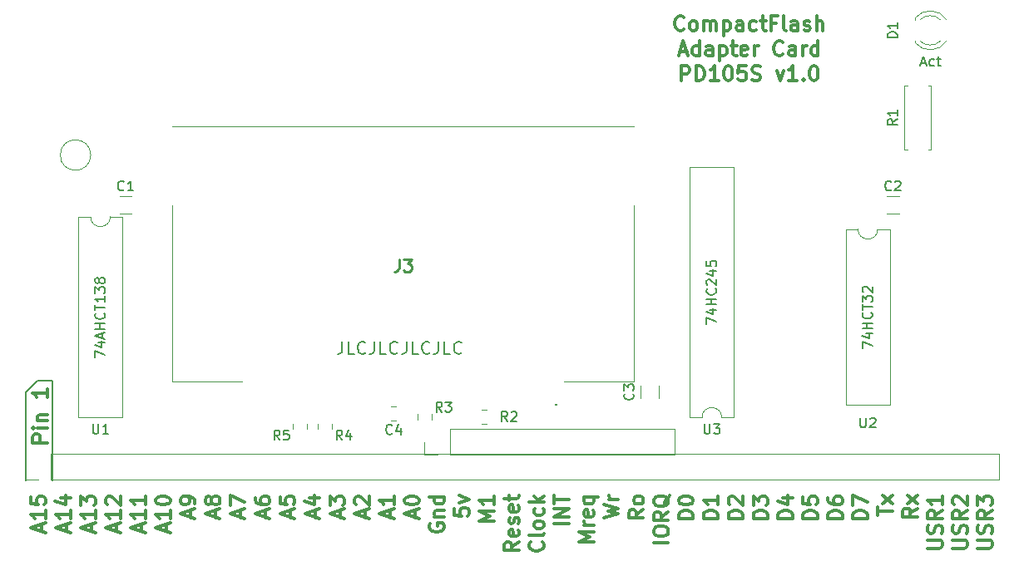
<source format=gbr>
%TF.GenerationSoftware,KiCad,Pcbnew,(5.1.6)-1*%
%TF.CreationDate,2020-12-24T00:42:48-08:00*%
%TF.ProjectId,rc-cfcard,72632d63-6663-4617-9264-2e6b69636164,rev?*%
%TF.SameCoordinates,PX9157080PY9071968*%
%TF.FileFunction,Legend,Top*%
%TF.FilePolarity,Positive*%
%FSLAX46Y46*%
G04 Gerber Fmt 4.6, Leading zero omitted, Abs format (unit mm)*
G04 Created by KiCad (PCBNEW (5.1.6)-1) date 2020-12-24 00:42:48*
%MOMM*%
%LPD*%
G01*
G04 APERTURE LIST*
%ADD10C,0.150000*%
%ADD11C,0.300000*%
%ADD12C,0.200000*%
%ADD13C,0.120000*%
%ADD14C,0.100000*%
%ADD15C,0.254000*%
G04 APERTURE END LIST*
D10*
X32233809Y14360677D02*
X32233809Y13453534D01*
X32173333Y13272105D01*
X32052380Y13151153D01*
X31870952Y13090677D01*
X31750000Y13090677D01*
X33443333Y13090677D02*
X32838571Y13090677D01*
X32838571Y14360677D01*
X34592380Y13211629D02*
X34531904Y13151153D01*
X34350476Y13090677D01*
X34229523Y13090677D01*
X34048095Y13151153D01*
X33927142Y13272105D01*
X33866666Y13393058D01*
X33806190Y13634962D01*
X33806190Y13816391D01*
X33866666Y14058296D01*
X33927142Y14179248D01*
X34048095Y14300200D01*
X34229523Y14360677D01*
X34350476Y14360677D01*
X34531904Y14300200D01*
X34592380Y14239724D01*
X35499523Y14360677D02*
X35499523Y13453534D01*
X35439047Y13272105D01*
X35318095Y13151153D01*
X35136666Y13090677D01*
X35015714Y13090677D01*
X36709047Y13090677D02*
X36104285Y13090677D01*
X36104285Y14360677D01*
X37858095Y13211629D02*
X37797619Y13151153D01*
X37616190Y13090677D01*
X37495238Y13090677D01*
X37313809Y13151153D01*
X37192857Y13272105D01*
X37132380Y13393058D01*
X37071904Y13634962D01*
X37071904Y13816391D01*
X37132380Y14058296D01*
X37192857Y14179248D01*
X37313809Y14300200D01*
X37495238Y14360677D01*
X37616190Y14360677D01*
X37797619Y14300200D01*
X37858095Y14239724D01*
X38765238Y14360677D02*
X38765238Y13453534D01*
X38704761Y13272105D01*
X38583809Y13151153D01*
X38402380Y13090677D01*
X38281428Y13090677D01*
X39974761Y13090677D02*
X39370000Y13090677D01*
X39370000Y14360677D01*
X41123809Y13211629D02*
X41063333Y13151153D01*
X40881904Y13090677D01*
X40760952Y13090677D01*
X40579523Y13151153D01*
X40458571Y13272105D01*
X40398095Y13393058D01*
X40337619Y13634962D01*
X40337619Y13816391D01*
X40398095Y14058296D01*
X40458571Y14179248D01*
X40579523Y14300200D01*
X40760952Y14360677D01*
X40881904Y14360677D01*
X41063333Y14300200D01*
X41123809Y14239724D01*
X42030952Y14360677D02*
X42030952Y13453534D01*
X41970476Y13272105D01*
X41849523Y13151153D01*
X41668095Y13090677D01*
X41547142Y13090677D01*
X43240476Y13090677D02*
X42635714Y13090677D01*
X42635714Y14360677D01*
X44389523Y13211629D02*
X44329047Y13151153D01*
X44147619Y13090677D01*
X44026666Y13090677D01*
X43845238Y13151153D01*
X43724285Y13272105D01*
X43663809Y13393058D01*
X43603333Y13634962D01*
X43603333Y13816391D01*
X43663809Y14058296D01*
X43724285Y14179248D01*
X43845238Y14300200D01*
X44026666Y14360677D01*
X44147619Y14360677D01*
X44329047Y14300200D01*
X44389523Y14239724D01*
X91122619Y42708534D02*
X91598809Y42708534D01*
X91027380Y42422820D02*
X91360714Y43422820D01*
X91694047Y42422820D01*
X92455952Y42470439D02*
X92360714Y42422820D01*
X92170238Y42422820D01*
X92075000Y42470439D01*
X92027380Y42518058D01*
X91979761Y42613296D01*
X91979761Y42899010D01*
X92027380Y42994248D01*
X92075000Y43041867D01*
X92170238Y43089486D01*
X92360714Y43089486D01*
X92455952Y43041867D01*
X92741666Y43089486D02*
X93122619Y43089486D01*
X92884523Y43422820D02*
X92884523Y42565677D01*
X92932142Y42470439D01*
X93027380Y42422820D01*
X93122619Y42422820D01*
D11*
X67017142Y46159486D02*
X66945714Y46088058D01*
X66731428Y46016629D01*
X66588571Y46016629D01*
X66374285Y46088058D01*
X66231428Y46230915D01*
X66160000Y46373772D01*
X66088571Y46659486D01*
X66088571Y46873772D01*
X66160000Y47159486D01*
X66231428Y47302343D01*
X66374285Y47445200D01*
X66588571Y47516629D01*
X66731428Y47516629D01*
X66945714Y47445200D01*
X67017142Y47373772D01*
X67874285Y46016629D02*
X67731428Y46088058D01*
X67660000Y46159486D01*
X67588571Y46302343D01*
X67588571Y46730915D01*
X67660000Y46873772D01*
X67731428Y46945200D01*
X67874285Y47016629D01*
X68088571Y47016629D01*
X68231428Y46945200D01*
X68302857Y46873772D01*
X68374285Y46730915D01*
X68374285Y46302343D01*
X68302857Y46159486D01*
X68231428Y46088058D01*
X68088571Y46016629D01*
X67874285Y46016629D01*
X69017142Y46016629D02*
X69017142Y47016629D01*
X69017142Y46873772D02*
X69088571Y46945200D01*
X69231428Y47016629D01*
X69445714Y47016629D01*
X69588571Y46945200D01*
X69660000Y46802343D01*
X69660000Y46016629D01*
X69660000Y46802343D02*
X69731428Y46945200D01*
X69874285Y47016629D01*
X70088571Y47016629D01*
X70231428Y46945200D01*
X70302857Y46802343D01*
X70302857Y46016629D01*
X71017142Y47016629D02*
X71017142Y45516629D01*
X71017142Y46945200D02*
X71160000Y47016629D01*
X71445714Y47016629D01*
X71588571Y46945200D01*
X71660000Y46873772D01*
X71731428Y46730915D01*
X71731428Y46302343D01*
X71660000Y46159486D01*
X71588571Y46088058D01*
X71445714Y46016629D01*
X71160000Y46016629D01*
X71017142Y46088058D01*
X73017142Y46016629D02*
X73017142Y46802343D01*
X72945714Y46945200D01*
X72802857Y47016629D01*
X72517142Y47016629D01*
X72374285Y46945200D01*
X73017142Y46088058D02*
X72874285Y46016629D01*
X72517142Y46016629D01*
X72374285Y46088058D01*
X72302857Y46230915D01*
X72302857Y46373772D01*
X72374285Y46516629D01*
X72517142Y46588058D01*
X72874285Y46588058D01*
X73017142Y46659486D01*
X74374285Y46088058D02*
X74231428Y46016629D01*
X73945714Y46016629D01*
X73802857Y46088058D01*
X73731428Y46159486D01*
X73660000Y46302343D01*
X73660000Y46730915D01*
X73731428Y46873772D01*
X73802857Y46945200D01*
X73945714Y47016629D01*
X74231428Y47016629D01*
X74374285Y46945200D01*
X74802857Y47016629D02*
X75374285Y47016629D01*
X75017142Y47516629D02*
X75017142Y46230915D01*
X75088571Y46088058D01*
X75231428Y46016629D01*
X75374285Y46016629D01*
X76374285Y46802343D02*
X75874285Y46802343D01*
X75874285Y46016629D02*
X75874285Y47516629D01*
X76588571Y47516629D01*
X77374285Y46016629D02*
X77231428Y46088058D01*
X77160000Y46230915D01*
X77160000Y47516629D01*
X78588571Y46016629D02*
X78588571Y46802343D01*
X78517142Y46945200D01*
X78374285Y47016629D01*
X78088571Y47016629D01*
X77945714Y46945200D01*
X78588571Y46088058D02*
X78445714Y46016629D01*
X78088571Y46016629D01*
X77945714Y46088058D01*
X77874285Y46230915D01*
X77874285Y46373772D01*
X77945714Y46516629D01*
X78088571Y46588058D01*
X78445714Y46588058D01*
X78588571Y46659486D01*
X79231428Y46088058D02*
X79374285Y46016629D01*
X79660000Y46016629D01*
X79802857Y46088058D01*
X79874285Y46230915D01*
X79874285Y46302343D01*
X79802857Y46445200D01*
X79660000Y46516629D01*
X79445714Y46516629D01*
X79302857Y46588058D01*
X79231428Y46730915D01*
X79231428Y46802343D01*
X79302857Y46945200D01*
X79445714Y47016629D01*
X79660000Y47016629D01*
X79802857Y46945200D01*
X80517142Y46016629D02*
X80517142Y47516629D01*
X81160000Y46016629D02*
X81160000Y46802343D01*
X81088571Y46945200D01*
X80945714Y47016629D01*
X80731428Y47016629D01*
X80588571Y46945200D01*
X80517142Y46873772D01*
X66588571Y43895200D02*
X67302857Y43895200D01*
X66445714Y43466629D02*
X66945714Y44966629D01*
X67445714Y43466629D01*
X68588571Y43466629D02*
X68588571Y44966629D01*
X68588571Y43538058D02*
X68445714Y43466629D01*
X68160000Y43466629D01*
X68017142Y43538058D01*
X67945714Y43609486D01*
X67874285Y43752343D01*
X67874285Y44180915D01*
X67945714Y44323772D01*
X68017142Y44395200D01*
X68160000Y44466629D01*
X68445714Y44466629D01*
X68588571Y44395200D01*
X69945714Y43466629D02*
X69945714Y44252343D01*
X69874285Y44395200D01*
X69731428Y44466629D01*
X69445714Y44466629D01*
X69302857Y44395200D01*
X69945714Y43538058D02*
X69802857Y43466629D01*
X69445714Y43466629D01*
X69302857Y43538058D01*
X69231428Y43680915D01*
X69231428Y43823772D01*
X69302857Y43966629D01*
X69445714Y44038058D01*
X69802857Y44038058D01*
X69945714Y44109486D01*
X70660000Y44466629D02*
X70660000Y42966629D01*
X70660000Y44395200D02*
X70802857Y44466629D01*
X71088571Y44466629D01*
X71231428Y44395200D01*
X71302857Y44323772D01*
X71374285Y44180915D01*
X71374285Y43752343D01*
X71302857Y43609486D01*
X71231428Y43538058D01*
X71088571Y43466629D01*
X70802857Y43466629D01*
X70660000Y43538058D01*
X71802857Y44466629D02*
X72374285Y44466629D01*
X72017142Y44966629D02*
X72017142Y43680915D01*
X72088571Y43538058D01*
X72231428Y43466629D01*
X72374285Y43466629D01*
X73445714Y43538058D02*
X73302857Y43466629D01*
X73017142Y43466629D01*
X72874285Y43538058D01*
X72802857Y43680915D01*
X72802857Y44252343D01*
X72874285Y44395200D01*
X73017142Y44466629D01*
X73302857Y44466629D01*
X73445714Y44395200D01*
X73517142Y44252343D01*
X73517142Y44109486D01*
X72802857Y43966629D01*
X74160000Y43466629D02*
X74160000Y44466629D01*
X74160000Y44180915D02*
X74231428Y44323772D01*
X74302857Y44395200D01*
X74445714Y44466629D01*
X74588571Y44466629D01*
X77088571Y43609486D02*
X77017142Y43538058D01*
X76802857Y43466629D01*
X76660000Y43466629D01*
X76445714Y43538058D01*
X76302857Y43680915D01*
X76231428Y43823772D01*
X76160000Y44109486D01*
X76160000Y44323772D01*
X76231428Y44609486D01*
X76302857Y44752343D01*
X76445714Y44895200D01*
X76660000Y44966629D01*
X76802857Y44966629D01*
X77017142Y44895200D01*
X77088571Y44823772D01*
X78374285Y43466629D02*
X78374285Y44252343D01*
X78302857Y44395200D01*
X78160000Y44466629D01*
X77874285Y44466629D01*
X77731428Y44395200D01*
X78374285Y43538058D02*
X78231428Y43466629D01*
X77874285Y43466629D01*
X77731428Y43538058D01*
X77660000Y43680915D01*
X77660000Y43823772D01*
X77731428Y43966629D01*
X77874285Y44038058D01*
X78231428Y44038058D01*
X78374285Y44109486D01*
X79088571Y43466629D02*
X79088571Y44466629D01*
X79088571Y44180915D02*
X79160000Y44323772D01*
X79231428Y44395200D01*
X79374285Y44466629D01*
X79517142Y44466629D01*
X80660000Y43466629D02*
X80660000Y44966629D01*
X80660000Y43538058D02*
X80517142Y43466629D01*
X80231428Y43466629D01*
X80088571Y43538058D01*
X80017142Y43609486D01*
X79945714Y43752343D01*
X79945714Y44180915D01*
X80017142Y44323772D01*
X80088571Y44395200D01*
X80231428Y44466629D01*
X80517142Y44466629D01*
X80660000Y44395200D01*
X66731428Y40916629D02*
X66731428Y42416629D01*
X67302857Y42416629D01*
X67445714Y42345200D01*
X67517142Y42273772D01*
X67588571Y42130915D01*
X67588571Y41916629D01*
X67517142Y41773772D01*
X67445714Y41702343D01*
X67302857Y41630915D01*
X66731428Y41630915D01*
X68231428Y40916629D02*
X68231428Y42416629D01*
X68588571Y42416629D01*
X68802857Y42345200D01*
X68945714Y42202343D01*
X69017142Y42059486D01*
X69088571Y41773772D01*
X69088571Y41559486D01*
X69017142Y41273772D01*
X68945714Y41130915D01*
X68802857Y40988058D01*
X68588571Y40916629D01*
X68231428Y40916629D01*
X70517142Y40916629D02*
X69660000Y40916629D01*
X70088571Y40916629D02*
X70088571Y42416629D01*
X69945714Y42202343D01*
X69802857Y42059486D01*
X69660000Y41988058D01*
X71445714Y42416629D02*
X71588571Y42416629D01*
X71731428Y42345200D01*
X71802857Y42273772D01*
X71874285Y42130915D01*
X71945714Y41845200D01*
X71945714Y41488058D01*
X71874285Y41202343D01*
X71802857Y41059486D01*
X71731428Y40988058D01*
X71588571Y40916629D01*
X71445714Y40916629D01*
X71302857Y40988058D01*
X71231428Y41059486D01*
X71160000Y41202343D01*
X71088571Y41488058D01*
X71088571Y41845200D01*
X71160000Y42130915D01*
X71231428Y42273772D01*
X71302857Y42345200D01*
X71445714Y42416629D01*
X73302857Y42416629D02*
X72588571Y42416629D01*
X72517142Y41702343D01*
X72588571Y41773772D01*
X72731428Y41845200D01*
X73088571Y41845200D01*
X73231428Y41773772D01*
X73302857Y41702343D01*
X73374285Y41559486D01*
X73374285Y41202343D01*
X73302857Y41059486D01*
X73231428Y40988058D01*
X73088571Y40916629D01*
X72731428Y40916629D01*
X72588571Y40988058D01*
X72517142Y41059486D01*
X73945714Y40988058D02*
X74160000Y40916629D01*
X74517142Y40916629D01*
X74660000Y40988058D01*
X74731428Y41059486D01*
X74802857Y41202343D01*
X74802857Y41345200D01*
X74731428Y41488058D01*
X74660000Y41559486D01*
X74517142Y41630915D01*
X74231428Y41702343D01*
X74088571Y41773772D01*
X74017142Y41845200D01*
X73945714Y41988058D01*
X73945714Y42130915D01*
X74017142Y42273772D01*
X74088571Y42345200D01*
X74231428Y42416629D01*
X74588571Y42416629D01*
X74802857Y42345200D01*
X76445714Y41916629D02*
X76802857Y40916629D01*
X77160000Y41916629D01*
X78517142Y40916629D02*
X77659999Y40916629D01*
X78088571Y40916629D02*
X78088571Y42416629D01*
X77945714Y42202343D01*
X77802857Y42059486D01*
X77659999Y41988058D01*
X79159999Y41059486D02*
X79231428Y40988058D01*
X79159999Y40916629D01*
X79088571Y40988058D01*
X79159999Y41059486D01*
X79159999Y40916629D01*
X80160000Y42416629D02*
X80302857Y42416629D01*
X80445714Y42345200D01*
X80517142Y42273772D01*
X80588571Y42130915D01*
X80660000Y41845200D01*
X80660000Y41488058D01*
X80588571Y41202343D01*
X80517142Y41059486D01*
X80445714Y40988058D01*
X80302857Y40916629D01*
X80160000Y40916629D01*
X80017142Y40988058D01*
X79945714Y41059486D01*
X79874285Y41202343D01*
X79802857Y41488058D01*
X79802857Y41845200D01*
X79874285Y42130915D01*
X79945714Y42273772D01*
X80017142Y42345200D01*
X80160000Y42416629D01*
X1613333Y-4991942D02*
X1613333Y-4277657D01*
X2039047Y-5134800D02*
X549047Y-4634800D01*
X2039047Y-4134800D01*
X2039047Y-2849085D02*
X2039047Y-3706228D01*
X2039047Y-3277657D02*
X549047Y-3277657D01*
X761904Y-3420514D01*
X903809Y-3563371D01*
X974761Y-3706228D01*
X549047Y-1491942D02*
X549047Y-2206228D01*
X1258571Y-2277657D01*
X1187619Y-2206228D01*
X1116666Y-2063371D01*
X1116666Y-1706228D01*
X1187619Y-1563371D01*
X1258571Y-1491942D01*
X1400476Y-1420514D01*
X1755238Y-1420514D01*
X1897142Y-1491942D01*
X1968095Y-1563371D01*
X2039047Y-1706228D01*
X2039047Y-2063371D01*
X1968095Y-2206228D01*
X1897142Y-2277657D01*
X4148333Y-4991942D02*
X4148333Y-4277657D01*
X4574047Y-5134800D02*
X3084047Y-4634800D01*
X4574047Y-4134800D01*
X4574047Y-2849085D02*
X4574047Y-3706228D01*
X4574047Y-3277657D02*
X3084047Y-3277657D01*
X3296904Y-3420514D01*
X3438809Y-3563371D01*
X3509761Y-3706228D01*
X3580714Y-1563371D02*
X4574047Y-1563371D01*
X3013095Y-1920514D02*
X4077380Y-2277657D01*
X4077380Y-1349085D01*
X6683333Y-4991942D02*
X6683333Y-4277657D01*
X7109047Y-5134800D02*
X5619047Y-4634800D01*
X7109047Y-4134800D01*
X7109047Y-2849085D02*
X7109047Y-3706228D01*
X7109047Y-3277657D02*
X5619047Y-3277657D01*
X5831904Y-3420514D01*
X5973809Y-3563371D01*
X6044761Y-3706228D01*
X5619047Y-2349085D02*
X5619047Y-1420514D01*
X6186666Y-1920514D01*
X6186666Y-1706228D01*
X6257619Y-1563371D01*
X6328571Y-1491942D01*
X6470476Y-1420514D01*
X6825238Y-1420514D01*
X6967142Y-1491942D01*
X7038095Y-1563371D01*
X7109047Y-1706228D01*
X7109047Y-2134800D01*
X7038095Y-2277657D01*
X6967142Y-2349085D01*
X9218333Y-4991942D02*
X9218333Y-4277657D01*
X9644047Y-5134800D02*
X8154047Y-4634800D01*
X9644047Y-4134800D01*
X9644047Y-2849085D02*
X9644047Y-3706228D01*
X9644047Y-3277657D02*
X8154047Y-3277657D01*
X8366904Y-3420514D01*
X8508809Y-3563371D01*
X8579761Y-3706228D01*
X8295952Y-2277657D02*
X8225000Y-2206228D01*
X8154047Y-2063371D01*
X8154047Y-1706228D01*
X8225000Y-1563371D01*
X8295952Y-1491942D01*
X8437857Y-1420514D01*
X8579761Y-1420514D01*
X8792619Y-1491942D01*
X9644047Y-2349085D01*
X9644047Y-1420514D01*
X11753333Y-4991942D02*
X11753333Y-4277657D01*
X12179047Y-5134800D02*
X10689047Y-4634800D01*
X12179047Y-4134800D01*
X12179047Y-2849085D02*
X12179047Y-3706228D01*
X12179047Y-3277657D02*
X10689047Y-3277657D01*
X10901904Y-3420514D01*
X11043809Y-3563371D01*
X11114761Y-3706228D01*
X12179047Y-1420514D02*
X12179047Y-2277657D01*
X12179047Y-1849085D02*
X10689047Y-1849085D01*
X10901904Y-1991942D01*
X11043809Y-2134800D01*
X11114761Y-2277657D01*
X14288333Y-4991942D02*
X14288333Y-4277657D01*
X14714047Y-5134800D02*
X13224047Y-4634800D01*
X14714047Y-4134800D01*
X14714047Y-2849085D02*
X14714047Y-3706228D01*
X14714047Y-3277657D02*
X13224047Y-3277657D01*
X13436904Y-3420514D01*
X13578809Y-3563371D01*
X13649761Y-3706228D01*
X13224047Y-1920514D02*
X13224047Y-1777657D01*
X13295000Y-1634800D01*
X13365952Y-1563371D01*
X13507857Y-1491942D01*
X13791666Y-1420514D01*
X14146428Y-1420514D01*
X14430238Y-1491942D01*
X14572142Y-1563371D01*
X14643095Y-1634800D01*
X14714047Y-1777657D01*
X14714047Y-1920514D01*
X14643095Y-2063371D01*
X14572142Y-2134800D01*
X14430238Y-2206228D01*
X14146428Y-2277657D01*
X13791666Y-2277657D01*
X13507857Y-2206228D01*
X13365952Y-2134800D01*
X13295000Y-2063371D01*
X13224047Y-1920514D01*
X16823333Y-3563371D02*
X16823333Y-2849085D01*
X17249047Y-3706228D02*
X15759047Y-3206228D01*
X17249047Y-2706228D01*
X17249047Y-2134800D02*
X17249047Y-1849085D01*
X17178095Y-1706228D01*
X17107142Y-1634800D01*
X16894285Y-1491942D01*
X16610476Y-1420514D01*
X16042857Y-1420514D01*
X15900952Y-1491942D01*
X15830000Y-1563371D01*
X15759047Y-1706228D01*
X15759047Y-1991942D01*
X15830000Y-2134800D01*
X15900952Y-2206228D01*
X16042857Y-2277657D01*
X16397619Y-2277657D01*
X16539523Y-2206228D01*
X16610476Y-2134800D01*
X16681428Y-1991942D01*
X16681428Y-1706228D01*
X16610476Y-1563371D01*
X16539523Y-1491942D01*
X16397619Y-1420514D01*
X19358333Y-3563371D02*
X19358333Y-2849085D01*
X19784047Y-3706228D02*
X18294047Y-3206228D01*
X19784047Y-2706228D01*
X18932619Y-1991942D02*
X18861666Y-2134800D01*
X18790714Y-2206228D01*
X18648809Y-2277657D01*
X18577857Y-2277657D01*
X18435952Y-2206228D01*
X18365000Y-2134800D01*
X18294047Y-1991942D01*
X18294047Y-1706228D01*
X18365000Y-1563371D01*
X18435952Y-1491942D01*
X18577857Y-1420514D01*
X18648809Y-1420514D01*
X18790714Y-1491942D01*
X18861666Y-1563371D01*
X18932619Y-1706228D01*
X18932619Y-1991942D01*
X19003571Y-2134800D01*
X19074523Y-2206228D01*
X19216428Y-2277657D01*
X19500238Y-2277657D01*
X19642142Y-2206228D01*
X19713095Y-2134800D01*
X19784047Y-1991942D01*
X19784047Y-1706228D01*
X19713095Y-1563371D01*
X19642142Y-1491942D01*
X19500238Y-1420514D01*
X19216428Y-1420514D01*
X19074523Y-1491942D01*
X19003571Y-1563371D01*
X18932619Y-1706228D01*
X21893333Y-3563371D02*
X21893333Y-2849085D01*
X22319047Y-3706228D02*
X20829047Y-3206228D01*
X22319047Y-2706228D01*
X20829047Y-2349085D02*
X20829047Y-1349085D01*
X22319047Y-1991942D01*
X24428333Y-3563371D02*
X24428333Y-2849085D01*
X24854047Y-3706228D02*
X23364047Y-3206228D01*
X24854047Y-2706228D01*
X23364047Y-1563371D02*
X23364047Y-1849085D01*
X23435000Y-1991942D01*
X23505952Y-2063371D01*
X23718809Y-2206228D01*
X24002619Y-2277657D01*
X24570238Y-2277657D01*
X24712142Y-2206228D01*
X24783095Y-2134800D01*
X24854047Y-1991942D01*
X24854047Y-1706228D01*
X24783095Y-1563371D01*
X24712142Y-1491942D01*
X24570238Y-1420514D01*
X24215476Y-1420514D01*
X24073571Y-1491942D01*
X24002619Y-1563371D01*
X23931666Y-1706228D01*
X23931666Y-1991942D01*
X24002619Y-2134800D01*
X24073571Y-2206228D01*
X24215476Y-2277657D01*
X26963333Y-3563371D02*
X26963333Y-2849085D01*
X27389047Y-3706228D02*
X25899047Y-3206228D01*
X27389047Y-2706228D01*
X25899047Y-1491942D02*
X25899047Y-2206228D01*
X26608571Y-2277657D01*
X26537619Y-2206228D01*
X26466666Y-2063371D01*
X26466666Y-1706228D01*
X26537619Y-1563371D01*
X26608571Y-1491942D01*
X26750476Y-1420514D01*
X27105238Y-1420514D01*
X27247142Y-1491942D01*
X27318095Y-1563371D01*
X27389047Y-1706228D01*
X27389047Y-2063371D01*
X27318095Y-2206228D01*
X27247142Y-2277657D01*
X29498333Y-3563371D02*
X29498333Y-2849085D01*
X29924047Y-3706228D02*
X28434047Y-3206228D01*
X29924047Y-2706228D01*
X28930714Y-1563371D02*
X29924047Y-1563371D01*
X28363095Y-1920514D02*
X29427380Y-2277657D01*
X29427380Y-1349085D01*
X32033333Y-3563371D02*
X32033333Y-2849085D01*
X32459047Y-3706228D02*
X30969047Y-3206228D01*
X32459047Y-2706228D01*
X30969047Y-2349085D02*
X30969047Y-1420514D01*
X31536666Y-1920514D01*
X31536666Y-1706228D01*
X31607619Y-1563371D01*
X31678571Y-1491942D01*
X31820476Y-1420514D01*
X32175238Y-1420514D01*
X32317142Y-1491942D01*
X32388095Y-1563371D01*
X32459047Y-1706228D01*
X32459047Y-2134800D01*
X32388095Y-2277657D01*
X32317142Y-2349085D01*
X34568333Y-3563371D02*
X34568333Y-2849085D01*
X34994047Y-3706228D02*
X33504047Y-3206228D01*
X34994047Y-2706228D01*
X33645952Y-2277657D02*
X33575000Y-2206228D01*
X33504047Y-2063371D01*
X33504047Y-1706228D01*
X33575000Y-1563371D01*
X33645952Y-1491942D01*
X33787857Y-1420514D01*
X33929761Y-1420514D01*
X34142619Y-1491942D01*
X34994047Y-2349085D01*
X34994047Y-1420514D01*
X37103333Y-3563371D02*
X37103333Y-2849085D01*
X37529047Y-3706228D02*
X36039047Y-3206228D01*
X37529047Y-2706228D01*
X37529047Y-1420514D02*
X37529047Y-2277657D01*
X37529047Y-1849085D02*
X36039047Y-1849085D01*
X36251904Y-1991942D01*
X36393809Y-2134800D01*
X36464761Y-2277657D01*
X39638333Y-3563371D02*
X39638333Y-2849085D01*
X40064047Y-3706228D02*
X38574047Y-3206228D01*
X40064047Y-2706228D01*
X38574047Y-1920514D02*
X38574047Y-1777657D01*
X38645000Y-1634800D01*
X38715952Y-1563371D01*
X38857857Y-1491942D01*
X39141666Y-1420514D01*
X39496428Y-1420514D01*
X39780238Y-1491942D01*
X39922142Y-1563371D01*
X39993095Y-1634800D01*
X40064047Y-1777657D01*
X40064047Y-1920514D01*
X39993095Y-2063371D01*
X39922142Y-2134800D01*
X39780238Y-2206228D01*
X39496428Y-2277657D01*
X39141666Y-2277657D01*
X38857857Y-2206228D01*
X38715952Y-2134800D01*
X38645000Y-2063371D01*
X38574047Y-1920514D01*
X41180000Y-4206228D02*
X41109047Y-4349085D01*
X41109047Y-4563371D01*
X41180000Y-4777657D01*
X41321904Y-4920514D01*
X41463809Y-4991942D01*
X41747619Y-5063371D01*
X41960476Y-5063371D01*
X42244285Y-4991942D01*
X42386190Y-4920514D01*
X42528095Y-4777657D01*
X42599047Y-4563371D01*
X42599047Y-4420514D01*
X42528095Y-4206228D01*
X42457142Y-4134800D01*
X41960476Y-4134800D01*
X41960476Y-4420514D01*
X41605714Y-3491942D02*
X42599047Y-3491942D01*
X41747619Y-3491942D02*
X41676666Y-3420514D01*
X41605714Y-3277657D01*
X41605714Y-3063371D01*
X41676666Y-2920514D01*
X41818571Y-2849085D01*
X42599047Y-2849085D01*
X42599047Y-1491942D02*
X41109047Y-1491942D01*
X42528095Y-1491942D02*
X42599047Y-1634800D01*
X42599047Y-1920514D01*
X42528095Y-2063371D01*
X42457142Y-2134800D01*
X42315238Y-2206228D01*
X41889523Y-2206228D01*
X41747619Y-2134800D01*
X41676666Y-2063371D01*
X41605714Y-1920514D01*
X41605714Y-1634800D01*
X41676666Y-1491942D01*
X43644047Y-2634800D02*
X43644047Y-3349085D01*
X44353571Y-3420514D01*
X44282619Y-3349085D01*
X44211666Y-3206228D01*
X44211666Y-2849085D01*
X44282619Y-2706228D01*
X44353571Y-2634800D01*
X44495476Y-2563371D01*
X44850238Y-2563371D01*
X44992142Y-2634800D01*
X45063095Y-2706228D01*
X45134047Y-2849085D01*
X45134047Y-3206228D01*
X45063095Y-3349085D01*
X44992142Y-3420514D01*
X44140714Y-2063371D02*
X45134047Y-1706228D01*
X44140714Y-1349085D01*
X47669047Y-3920514D02*
X46179047Y-3920514D01*
X47243333Y-3420514D01*
X46179047Y-2920514D01*
X47669047Y-2920514D01*
X47669047Y-1420514D02*
X47669047Y-2277657D01*
X47669047Y-1849085D02*
X46179047Y-1849085D01*
X46391904Y-1991942D01*
X46533809Y-2134800D01*
X46604761Y-2277657D01*
X50204047Y-6063371D02*
X49494523Y-6563371D01*
X50204047Y-6920514D02*
X48714047Y-6920514D01*
X48714047Y-6349085D01*
X48785000Y-6206228D01*
X48855952Y-6134800D01*
X48997857Y-6063371D01*
X49210714Y-6063371D01*
X49352619Y-6134800D01*
X49423571Y-6206228D01*
X49494523Y-6349085D01*
X49494523Y-6920514D01*
X50133095Y-4849085D02*
X50204047Y-4991942D01*
X50204047Y-5277657D01*
X50133095Y-5420514D01*
X49991190Y-5491942D01*
X49423571Y-5491942D01*
X49281666Y-5420514D01*
X49210714Y-5277657D01*
X49210714Y-4991942D01*
X49281666Y-4849085D01*
X49423571Y-4777657D01*
X49565476Y-4777657D01*
X49707380Y-5491942D01*
X50133095Y-4206228D02*
X50204047Y-4063371D01*
X50204047Y-3777657D01*
X50133095Y-3634800D01*
X49991190Y-3563371D01*
X49920238Y-3563371D01*
X49778333Y-3634800D01*
X49707380Y-3777657D01*
X49707380Y-3991942D01*
X49636428Y-4134800D01*
X49494523Y-4206228D01*
X49423571Y-4206228D01*
X49281666Y-4134800D01*
X49210714Y-3991942D01*
X49210714Y-3777657D01*
X49281666Y-3634800D01*
X50133095Y-2349085D02*
X50204047Y-2491942D01*
X50204047Y-2777657D01*
X50133095Y-2920514D01*
X49991190Y-2991942D01*
X49423571Y-2991942D01*
X49281666Y-2920514D01*
X49210714Y-2777657D01*
X49210714Y-2491942D01*
X49281666Y-2349085D01*
X49423571Y-2277657D01*
X49565476Y-2277657D01*
X49707380Y-2991942D01*
X49210714Y-1849085D02*
X49210714Y-1277657D01*
X48714047Y-1634800D02*
X49991190Y-1634800D01*
X50133095Y-1563371D01*
X50204047Y-1420514D01*
X50204047Y-1277657D01*
X52597142Y-6063371D02*
X52668095Y-6134800D01*
X52739047Y-6349085D01*
X52739047Y-6491942D01*
X52668095Y-6706228D01*
X52526190Y-6849085D01*
X52384285Y-6920514D01*
X52100476Y-6991942D01*
X51887619Y-6991942D01*
X51603809Y-6920514D01*
X51461904Y-6849085D01*
X51320000Y-6706228D01*
X51249047Y-6491942D01*
X51249047Y-6349085D01*
X51320000Y-6134800D01*
X51390952Y-6063371D01*
X52739047Y-5206228D02*
X52668095Y-5349085D01*
X52526190Y-5420514D01*
X51249047Y-5420514D01*
X52739047Y-4420514D02*
X52668095Y-4563371D01*
X52597142Y-4634800D01*
X52455238Y-4706228D01*
X52029523Y-4706228D01*
X51887619Y-4634800D01*
X51816666Y-4563371D01*
X51745714Y-4420514D01*
X51745714Y-4206228D01*
X51816666Y-4063371D01*
X51887619Y-3991942D01*
X52029523Y-3920514D01*
X52455238Y-3920514D01*
X52597142Y-3991942D01*
X52668095Y-4063371D01*
X52739047Y-4206228D01*
X52739047Y-4420514D01*
X52668095Y-2634800D02*
X52739047Y-2777657D01*
X52739047Y-3063371D01*
X52668095Y-3206228D01*
X52597142Y-3277657D01*
X52455238Y-3349085D01*
X52029523Y-3349085D01*
X51887619Y-3277657D01*
X51816666Y-3206228D01*
X51745714Y-3063371D01*
X51745714Y-2777657D01*
X51816666Y-2634800D01*
X52739047Y-1991942D02*
X51249047Y-1991942D01*
X52171428Y-1849085D02*
X52739047Y-1420514D01*
X51745714Y-1420514D02*
X52313333Y-1991942D01*
X55274047Y-4206228D02*
X53784047Y-4206228D01*
X55274047Y-3491942D02*
X53784047Y-3491942D01*
X55274047Y-2634800D01*
X53784047Y-2634800D01*
X53784047Y-2134800D02*
X53784047Y-1277657D01*
X55274047Y-1706228D02*
X53784047Y-1706228D01*
X57809047Y-6063371D02*
X56319047Y-6063371D01*
X57383333Y-5563371D01*
X56319047Y-5063371D01*
X57809047Y-5063371D01*
X57809047Y-4349085D02*
X56815714Y-4349085D01*
X57099523Y-4349085D02*
X56957619Y-4277657D01*
X56886666Y-4206228D01*
X56815714Y-4063371D01*
X56815714Y-3920514D01*
X57738095Y-2849085D02*
X57809047Y-2991942D01*
X57809047Y-3277657D01*
X57738095Y-3420514D01*
X57596190Y-3491942D01*
X57028571Y-3491942D01*
X56886666Y-3420514D01*
X56815714Y-3277657D01*
X56815714Y-2991942D01*
X56886666Y-2849085D01*
X57028571Y-2777657D01*
X57170476Y-2777657D01*
X57312380Y-3491942D01*
X56815714Y-1491942D02*
X58305714Y-1491942D01*
X57738095Y-1491942D02*
X57809047Y-1634800D01*
X57809047Y-1920514D01*
X57738095Y-2063371D01*
X57667142Y-2134800D01*
X57525238Y-2206228D01*
X57099523Y-2206228D01*
X56957619Y-2134800D01*
X56886666Y-2063371D01*
X56815714Y-1920514D01*
X56815714Y-1634800D01*
X56886666Y-1491942D01*
X58854047Y-3563371D02*
X60344047Y-3206228D01*
X59279761Y-2920514D01*
X60344047Y-2634800D01*
X58854047Y-2277657D01*
X60344047Y-1706228D02*
X59350714Y-1706228D01*
X59634523Y-1706228D02*
X59492619Y-1634800D01*
X59421666Y-1563371D01*
X59350714Y-1420514D01*
X59350714Y-1277657D01*
X62879047Y-2777657D02*
X62169523Y-3277657D01*
X62879047Y-3634800D02*
X61389047Y-3634800D01*
X61389047Y-3063371D01*
X61460000Y-2920514D01*
X61530952Y-2849085D01*
X61672857Y-2777657D01*
X61885714Y-2777657D01*
X62027619Y-2849085D01*
X62098571Y-2920514D01*
X62169523Y-3063371D01*
X62169523Y-3634800D01*
X62879047Y-1920514D02*
X62808095Y-2063371D01*
X62737142Y-2134800D01*
X62595238Y-2206228D01*
X62169523Y-2206228D01*
X62027619Y-2134800D01*
X61956666Y-2063371D01*
X61885714Y-1920514D01*
X61885714Y-1706228D01*
X61956666Y-1563371D01*
X62027619Y-1491942D01*
X62169523Y-1420514D01*
X62595238Y-1420514D01*
X62737142Y-1491942D01*
X62808095Y-1563371D01*
X62879047Y-1706228D01*
X62879047Y-1920514D01*
X65414047Y-6134800D02*
X63924047Y-6134800D01*
X63924047Y-5134800D02*
X63924047Y-4849085D01*
X63995000Y-4706228D01*
X64136904Y-4563371D01*
X64420714Y-4491942D01*
X64917380Y-4491942D01*
X65201190Y-4563371D01*
X65343095Y-4706228D01*
X65414047Y-4849085D01*
X65414047Y-5134800D01*
X65343095Y-5277657D01*
X65201190Y-5420514D01*
X64917380Y-5491942D01*
X64420714Y-5491942D01*
X64136904Y-5420514D01*
X63995000Y-5277657D01*
X63924047Y-5134800D01*
X65414047Y-2991942D02*
X64704523Y-3491942D01*
X65414047Y-3849085D02*
X63924047Y-3849085D01*
X63924047Y-3277657D01*
X63995000Y-3134800D01*
X64065952Y-3063371D01*
X64207857Y-2991942D01*
X64420714Y-2991942D01*
X64562619Y-3063371D01*
X64633571Y-3134800D01*
X64704523Y-3277657D01*
X64704523Y-3849085D01*
X65555952Y-1349085D02*
X65485000Y-1491942D01*
X65343095Y-1634800D01*
X65130238Y-1849085D01*
X65059285Y-1991942D01*
X65059285Y-2134800D01*
X65414047Y-2063371D02*
X65343095Y-2206228D01*
X65201190Y-2349085D01*
X64917380Y-2420514D01*
X64420714Y-2420514D01*
X64136904Y-2349085D01*
X63995000Y-2206228D01*
X63924047Y-2063371D01*
X63924047Y-1777657D01*
X63995000Y-1634800D01*
X64136904Y-1491942D01*
X64420714Y-1420514D01*
X64917380Y-1420514D01*
X65201190Y-1491942D01*
X65343095Y-1634800D01*
X65414047Y-1777657D01*
X65414047Y-2063371D01*
X67949047Y-3706228D02*
X66459047Y-3706228D01*
X66459047Y-3349085D01*
X66530000Y-3134800D01*
X66671904Y-2991942D01*
X66813809Y-2920514D01*
X67097619Y-2849085D01*
X67310476Y-2849085D01*
X67594285Y-2920514D01*
X67736190Y-2991942D01*
X67878095Y-3134800D01*
X67949047Y-3349085D01*
X67949047Y-3706228D01*
X66459047Y-1920514D02*
X66459047Y-1777657D01*
X66530000Y-1634800D01*
X66600952Y-1563371D01*
X66742857Y-1491942D01*
X67026666Y-1420514D01*
X67381428Y-1420514D01*
X67665238Y-1491942D01*
X67807142Y-1563371D01*
X67878095Y-1634800D01*
X67949047Y-1777657D01*
X67949047Y-1920514D01*
X67878095Y-2063371D01*
X67807142Y-2134800D01*
X67665238Y-2206228D01*
X67381428Y-2277657D01*
X67026666Y-2277657D01*
X66742857Y-2206228D01*
X66600952Y-2134800D01*
X66530000Y-2063371D01*
X66459047Y-1920514D01*
X70484047Y-3706228D02*
X68994047Y-3706228D01*
X68994047Y-3349085D01*
X69065000Y-3134800D01*
X69206904Y-2991942D01*
X69348809Y-2920514D01*
X69632619Y-2849085D01*
X69845476Y-2849085D01*
X70129285Y-2920514D01*
X70271190Y-2991942D01*
X70413095Y-3134800D01*
X70484047Y-3349085D01*
X70484047Y-3706228D01*
X70484047Y-1420514D02*
X70484047Y-2277657D01*
X70484047Y-1849085D02*
X68994047Y-1849085D01*
X69206904Y-1991942D01*
X69348809Y-2134800D01*
X69419761Y-2277657D01*
X73019047Y-3706228D02*
X71529047Y-3706228D01*
X71529047Y-3349085D01*
X71600000Y-3134800D01*
X71741904Y-2991942D01*
X71883809Y-2920514D01*
X72167619Y-2849085D01*
X72380476Y-2849085D01*
X72664285Y-2920514D01*
X72806190Y-2991942D01*
X72948095Y-3134800D01*
X73019047Y-3349085D01*
X73019047Y-3706228D01*
X71670952Y-2277657D02*
X71600000Y-2206228D01*
X71529047Y-2063371D01*
X71529047Y-1706228D01*
X71600000Y-1563371D01*
X71670952Y-1491942D01*
X71812857Y-1420514D01*
X71954761Y-1420514D01*
X72167619Y-1491942D01*
X73019047Y-2349085D01*
X73019047Y-1420514D01*
X75554047Y-3706228D02*
X74064047Y-3706228D01*
X74064047Y-3349085D01*
X74135000Y-3134800D01*
X74276904Y-2991942D01*
X74418809Y-2920514D01*
X74702619Y-2849085D01*
X74915476Y-2849085D01*
X75199285Y-2920514D01*
X75341190Y-2991942D01*
X75483095Y-3134800D01*
X75554047Y-3349085D01*
X75554047Y-3706228D01*
X74064047Y-2349085D02*
X74064047Y-1420514D01*
X74631666Y-1920514D01*
X74631666Y-1706228D01*
X74702619Y-1563371D01*
X74773571Y-1491942D01*
X74915476Y-1420514D01*
X75270238Y-1420514D01*
X75412142Y-1491942D01*
X75483095Y-1563371D01*
X75554047Y-1706228D01*
X75554047Y-2134800D01*
X75483095Y-2277657D01*
X75412142Y-2349085D01*
X78089047Y-3706228D02*
X76599047Y-3706228D01*
X76599047Y-3349085D01*
X76670000Y-3134800D01*
X76811904Y-2991942D01*
X76953809Y-2920514D01*
X77237619Y-2849085D01*
X77450476Y-2849085D01*
X77734285Y-2920514D01*
X77876190Y-2991942D01*
X78018095Y-3134800D01*
X78089047Y-3349085D01*
X78089047Y-3706228D01*
X77095714Y-1563371D02*
X78089047Y-1563371D01*
X76528095Y-1920514D02*
X77592380Y-2277657D01*
X77592380Y-1349085D01*
X80624047Y-3706228D02*
X79134047Y-3706228D01*
X79134047Y-3349085D01*
X79205000Y-3134800D01*
X79346904Y-2991942D01*
X79488809Y-2920514D01*
X79772619Y-2849085D01*
X79985476Y-2849085D01*
X80269285Y-2920514D01*
X80411190Y-2991942D01*
X80553095Y-3134800D01*
X80624047Y-3349085D01*
X80624047Y-3706228D01*
X79134047Y-1491942D02*
X79134047Y-2206228D01*
X79843571Y-2277657D01*
X79772619Y-2206228D01*
X79701666Y-2063371D01*
X79701666Y-1706228D01*
X79772619Y-1563371D01*
X79843571Y-1491942D01*
X79985476Y-1420514D01*
X80340238Y-1420514D01*
X80482142Y-1491942D01*
X80553095Y-1563371D01*
X80624047Y-1706228D01*
X80624047Y-2063371D01*
X80553095Y-2206228D01*
X80482142Y-2277657D01*
X83159047Y-3706228D02*
X81669047Y-3706228D01*
X81669047Y-3349085D01*
X81740000Y-3134800D01*
X81881904Y-2991942D01*
X82023809Y-2920514D01*
X82307619Y-2849085D01*
X82520476Y-2849085D01*
X82804285Y-2920514D01*
X82946190Y-2991942D01*
X83088095Y-3134800D01*
X83159047Y-3349085D01*
X83159047Y-3706228D01*
X81669047Y-1563371D02*
X81669047Y-1849085D01*
X81740000Y-1991942D01*
X81810952Y-2063371D01*
X82023809Y-2206228D01*
X82307619Y-2277657D01*
X82875238Y-2277657D01*
X83017142Y-2206228D01*
X83088095Y-2134800D01*
X83159047Y-1991942D01*
X83159047Y-1706228D01*
X83088095Y-1563371D01*
X83017142Y-1491942D01*
X82875238Y-1420514D01*
X82520476Y-1420514D01*
X82378571Y-1491942D01*
X82307619Y-1563371D01*
X82236666Y-1706228D01*
X82236666Y-1991942D01*
X82307619Y-2134800D01*
X82378571Y-2206228D01*
X82520476Y-2277657D01*
X85694047Y-3706228D02*
X84204047Y-3706228D01*
X84204047Y-3349085D01*
X84275000Y-3134800D01*
X84416904Y-2991942D01*
X84558809Y-2920514D01*
X84842619Y-2849085D01*
X85055476Y-2849085D01*
X85339285Y-2920514D01*
X85481190Y-2991942D01*
X85623095Y-3134800D01*
X85694047Y-3349085D01*
X85694047Y-3706228D01*
X84204047Y-2349085D02*
X84204047Y-1349085D01*
X85694047Y-1991942D01*
X86739047Y-3349085D02*
X86739047Y-2491942D01*
X88229047Y-2920514D02*
X86739047Y-2920514D01*
X88229047Y-2134800D02*
X87235714Y-1349085D01*
X87235714Y-2134800D02*
X88229047Y-1349085D01*
X90764047Y-2634800D02*
X90054523Y-3134800D01*
X90764047Y-3491942D02*
X89274047Y-3491942D01*
X89274047Y-2920514D01*
X89345000Y-2777657D01*
X89415952Y-2706228D01*
X89557857Y-2634800D01*
X89770714Y-2634800D01*
X89912619Y-2706228D01*
X89983571Y-2777657D01*
X90054523Y-2920514D01*
X90054523Y-3491942D01*
X90764047Y-2134800D02*
X89770714Y-1349085D01*
X89770714Y-2134800D02*
X90764047Y-1349085D01*
X91809047Y-6706228D02*
X93015238Y-6706228D01*
X93157142Y-6634800D01*
X93228095Y-6563371D01*
X93299047Y-6420514D01*
X93299047Y-6134800D01*
X93228095Y-5991942D01*
X93157142Y-5920514D01*
X93015238Y-5849085D01*
X91809047Y-5849085D01*
X93228095Y-5206228D02*
X93299047Y-4991942D01*
X93299047Y-4634800D01*
X93228095Y-4491942D01*
X93157142Y-4420514D01*
X93015238Y-4349085D01*
X92873333Y-4349085D01*
X92731428Y-4420514D01*
X92660476Y-4491942D01*
X92589523Y-4634800D01*
X92518571Y-4920514D01*
X92447619Y-5063371D01*
X92376666Y-5134800D01*
X92234761Y-5206228D01*
X92092857Y-5206228D01*
X91950952Y-5134800D01*
X91880000Y-5063371D01*
X91809047Y-4920514D01*
X91809047Y-4563371D01*
X91880000Y-4349085D01*
X93299047Y-2849085D02*
X92589523Y-3349085D01*
X93299047Y-3706228D02*
X91809047Y-3706228D01*
X91809047Y-3134800D01*
X91880000Y-2991942D01*
X91950952Y-2920514D01*
X92092857Y-2849085D01*
X92305714Y-2849085D01*
X92447619Y-2920514D01*
X92518571Y-2991942D01*
X92589523Y-3134800D01*
X92589523Y-3706228D01*
X93299047Y-1420514D02*
X93299047Y-2277657D01*
X93299047Y-1849085D02*
X91809047Y-1849085D01*
X92021904Y-1991942D01*
X92163809Y-2134800D01*
X92234761Y-2277657D01*
X94344047Y-6706228D02*
X95550238Y-6706228D01*
X95692142Y-6634800D01*
X95763095Y-6563371D01*
X95834047Y-6420514D01*
X95834047Y-6134800D01*
X95763095Y-5991942D01*
X95692142Y-5920514D01*
X95550238Y-5849085D01*
X94344047Y-5849085D01*
X95763095Y-5206228D02*
X95834047Y-4991942D01*
X95834047Y-4634800D01*
X95763095Y-4491942D01*
X95692142Y-4420514D01*
X95550238Y-4349085D01*
X95408333Y-4349085D01*
X95266428Y-4420514D01*
X95195476Y-4491942D01*
X95124523Y-4634800D01*
X95053571Y-4920514D01*
X94982619Y-5063371D01*
X94911666Y-5134800D01*
X94769761Y-5206228D01*
X94627857Y-5206228D01*
X94485952Y-5134800D01*
X94415000Y-5063371D01*
X94344047Y-4920514D01*
X94344047Y-4563371D01*
X94415000Y-4349085D01*
X95834047Y-2849085D02*
X95124523Y-3349085D01*
X95834047Y-3706228D02*
X94344047Y-3706228D01*
X94344047Y-3134800D01*
X94415000Y-2991942D01*
X94485952Y-2920514D01*
X94627857Y-2849085D01*
X94840714Y-2849085D01*
X94982619Y-2920514D01*
X95053571Y-2991942D01*
X95124523Y-3134800D01*
X95124523Y-3706228D01*
X94485952Y-2277657D02*
X94415000Y-2206228D01*
X94344047Y-2063371D01*
X94344047Y-1706228D01*
X94415000Y-1563371D01*
X94485952Y-1491942D01*
X94627857Y-1420514D01*
X94769761Y-1420514D01*
X94982619Y-1491942D01*
X95834047Y-2349085D01*
X95834047Y-1420514D01*
X96879047Y-6706228D02*
X98085238Y-6706228D01*
X98227142Y-6634800D01*
X98298095Y-6563371D01*
X98369047Y-6420514D01*
X98369047Y-6134800D01*
X98298095Y-5991942D01*
X98227142Y-5920514D01*
X98085238Y-5849085D01*
X96879047Y-5849085D01*
X98298095Y-5206228D02*
X98369047Y-4991942D01*
X98369047Y-4634800D01*
X98298095Y-4491942D01*
X98227142Y-4420514D01*
X98085238Y-4349085D01*
X97943333Y-4349085D01*
X97801428Y-4420514D01*
X97730476Y-4491942D01*
X97659523Y-4634800D01*
X97588571Y-4920514D01*
X97517619Y-5063371D01*
X97446666Y-5134800D01*
X97304761Y-5206228D01*
X97162857Y-5206228D01*
X97020952Y-5134800D01*
X96950000Y-5063371D01*
X96879047Y-4920514D01*
X96879047Y-4563371D01*
X96950000Y-4349085D01*
X98369047Y-2849085D02*
X97659523Y-3349085D01*
X98369047Y-3706228D02*
X96879047Y-3706228D01*
X96879047Y-3134800D01*
X96950000Y-2991942D01*
X97020952Y-2920514D01*
X97162857Y-2849085D01*
X97375714Y-2849085D01*
X97517619Y-2920514D01*
X97588571Y-2991942D01*
X97659523Y-3134800D01*
X97659523Y-3706228D01*
X96879047Y-2349085D02*
X96879047Y-1420514D01*
X97446666Y-1920514D01*
X97446666Y-1706228D01*
X97517619Y-1563371D01*
X97588571Y-1491942D01*
X97730476Y-1420514D01*
X98085238Y-1420514D01*
X98227142Y-1491942D01*
X98298095Y-1563371D01*
X98369047Y-1706228D01*
X98369047Y-2134800D01*
X98298095Y-2277657D01*
X98227142Y-2349085D01*
D12*
X2743200Y10345420D02*
X2743200Y233680D01*
X1173480Y10345420D02*
X2743200Y10345420D01*
X-7620Y9164320D02*
X1173480Y10345420D01*
X-7620Y233680D02*
X-7620Y9164320D01*
D11*
X2207651Y4049735D02*
X707651Y4049735D01*
X707651Y4621163D01*
X779080Y4764020D01*
X850508Y4835449D01*
X993365Y4906878D01*
X1207651Y4906878D01*
X1350508Y4835449D01*
X1421937Y4764020D01*
X1493365Y4621163D01*
X1493365Y4049735D01*
X2207651Y5549735D02*
X1207651Y5549735D01*
X707651Y5549735D02*
X779080Y5478306D01*
X850508Y5549735D01*
X779080Y5621163D01*
X707651Y5549735D01*
X850508Y5549735D01*
X1207651Y6264020D02*
X2207651Y6264020D01*
X1350508Y6264020D02*
X1279080Y6335449D01*
X1207651Y6478306D01*
X1207651Y6692592D01*
X1279080Y6835449D01*
X1421937Y6906878D01*
X2207651Y6906878D01*
X2207651Y9549735D02*
X2207651Y8692592D01*
X2207651Y9121163D02*
X707651Y9121163D01*
X921937Y8978306D01*
X1064794Y8835449D01*
X1136222Y8692592D01*
D13*
%TO.C,R5*%
X27230000Y5469122D02*
X27230000Y5986278D01*
X28650000Y5469122D02*
X28650000Y5986278D01*
%TO.C,R4*%
X29770000Y5469122D02*
X29770000Y5986278D01*
X31190000Y5469122D02*
X31190000Y5986278D01*
%TO.C,R3*%
X39930000Y6421622D02*
X39930000Y6938778D01*
X41350000Y6421622D02*
X41350000Y6938778D01*
%TO.C,R2*%
X46916078Y5970200D02*
X46398922Y5970200D01*
X46916078Y7390200D02*
X46398922Y7390200D01*
%TO.C,C4*%
X37738578Y7707700D02*
X37221422Y7707700D01*
X37738578Y6287700D02*
X37221422Y6287700D01*
D14*
%TO.C,J3*%
X54800000Y10240200D02*
X61920000Y10240200D01*
X61920000Y10240200D02*
X61920000Y10240200D01*
X61920000Y10240200D02*
X54800000Y10240200D01*
X54800000Y10240200D02*
X54800000Y10240200D01*
X61920000Y36240200D02*
X14920000Y36240200D01*
X14920000Y36240200D02*
X14920000Y36240200D01*
X14920000Y36240200D02*
X61920000Y36240200D01*
X61920000Y36240200D02*
X61920000Y36240200D01*
X14920000Y10240200D02*
X22050000Y10240200D01*
X22050000Y10240200D02*
X22050000Y10240200D01*
X22050000Y10240200D02*
X14920000Y10240200D01*
X14920000Y10240200D02*
X14920000Y10240200D01*
X61920000Y10240200D02*
X61920000Y10240200D01*
X61920000Y10240200D02*
X61920000Y28240200D01*
X61920000Y28240200D02*
X61920000Y28240200D01*
X61920000Y28240200D02*
X61920000Y10240200D01*
X14920000Y28240200D02*
X14920000Y28240200D01*
X14920000Y28240200D02*
X14920000Y10240200D01*
X14920000Y10240200D02*
X14920000Y10240200D01*
X14920000Y10240200D02*
X14920000Y28240200D01*
D12*
X54050000Y7940200D02*
X54050000Y7940200D01*
X53950000Y7940200D02*
X53950000Y7940200D01*
X54050000Y7940200D02*
X54050000Y7940200D01*
X53950000Y7940200D02*
G75*
G02*
X54050000Y7940200I50000J0D01*
G01*
X54050000Y7940200D02*
G75*
G02*
X53950000Y7940200I-50000J0D01*
G01*
X53950000Y7940200D02*
G75*
G02*
X54050000Y7940200I50000J0D01*
G01*
D13*
%TO.C,C3*%
X64420000Y8571200D02*
X64420000Y9829200D01*
X62580000Y8571200D02*
X62580000Y9829200D01*
%TO.C,C2*%
X88914000Y29190200D02*
X87656000Y29190200D01*
X88914000Y27350200D02*
X87656000Y27350200D01*
%TO.C,C1*%
X10809000Y29190200D02*
X9551000Y29190200D01*
X10809000Y27350200D02*
X9551000Y27350200D01*
%TO.C,U2*%
X87975000Y25790200D02*
X86725000Y25790200D01*
X87975000Y7890200D02*
X87975000Y25790200D01*
X83475000Y7890200D02*
X87975000Y7890200D01*
X83475000Y25790200D02*
X83475000Y7890200D01*
X84725000Y25790200D02*
X83475000Y25790200D01*
X86725000Y25790200D02*
G75*
G02*
X84725000Y25790200I-1000000J0D01*
G01*
%TO.C,R1*%
X89435000Y33890200D02*
X89765000Y33890200D01*
X89435000Y40430200D02*
X89435000Y33890200D01*
X89765000Y40430200D02*
X89435000Y40430200D01*
X92175000Y33890200D02*
X91845000Y33890200D01*
X92175000Y40430200D02*
X92175000Y33890200D01*
X91845000Y40430200D02*
X92175000Y40430200D01*
%TO.C,D1*%
X90515000Y44970200D02*
X90515000Y44814200D01*
X90515000Y47286200D02*
X90515000Y47130200D01*
X93116130Y44970363D02*
G75*
G02*
X91034039Y44970200I-1041130J1079837D01*
G01*
X93116130Y47130037D02*
G75*
G03*
X91034039Y47130200I-1041130J-1079837D01*
G01*
X93747335Y44971592D02*
G75*
G02*
X90515000Y44814684I-1672335J1078608D01*
G01*
X93747335Y47128808D02*
G75*
G03*
X90515000Y47285716I-1672335J-1078608D01*
G01*
%TO.C,U3*%
X70850000Y6620200D02*
X72100000Y6620200D01*
X72100000Y6620200D02*
X72100000Y32140200D01*
X72100000Y32140200D02*
X67600000Y32140200D01*
X67600000Y32140200D02*
X67600000Y6620200D01*
X67600000Y6620200D02*
X68850000Y6620200D01*
X68850000Y6620200D02*
G75*
G02*
X70850000Y6620200I1000000J0D01*
G01*
%TO.C,U1*%
X6620000Y27060200D02*
X5370000Y27060200D01*
X5370000Y27060200D02*
X5370000Y6620200D01*
X5370000Y6620200D02*
X9870000Y6620200D01*
X9870000Y6620200D02*
X9870000Y27060200D01*
X9870000Y27060200D02*
X8620000Y27060200D01*
X8620000Y27060200D02*
G75*
G02*
X6620000Y27060200I-1000000J0D01*
G01*
%TO.C,J2*%
X40580000Y2810200D02*
X40580000Y4140200D01*
X41910000Y2810200D02*
X40580000Y2810200D01*
X43180000Y2810200D02*
X43180000Y5470200D01*
X43180000Y5470200D02*
X66100000Y5470200D01*
X43180000Y2810200D02*
X66100000Y2810200D01*
X66100000Y2810200D02*
X66100000Y5470200D01*
%TO.C,J1*%
X-60000Y270200D02*
X-60000Y1600200D01*
X1270000Y270200D02*
X-60000Y270200D01*
X2540000Y270200D02*
X2540000Y2930200D01*
X2540000Y2930200D02*
X99120000Y2930200D01*
X2540000Y270200D02*
X99120000Y270200D01*
X99120000Y270200D02*
X99120000Y2930200D01*
%TD*%
D14*
%TO.C,*%
X6630000Y33350200D02*
G75*
G03*
X6630000Y33350200I-1550000J0D01*
G01*
%TD*%
%TO.C,R5*%
D10*
X25868333Y4322820D02*
X25535000Y4799010D01*
X25296904Y4322820D02*
X25296904Y5322820D01*
X25677857Y5322820D01*
X25773095Y5275200D01*
X25820714Y5227581D01*
X25868333Y5132343D01*
X25868333Y4989486D01*
X25820714Y4894248D01*
X25773095Y4846629D01*
X25677857Y4799010D01*
X25296904Y4799010D01*
X26773095Y5322820D02*
X26296904Y5322820D01*
X26249285Y4846629D01*
X26296904Y4894248D01*
X26392142Y4941867D01*
X26630238Y4941867D01*
X26725476Y4894248D01*
X26773095Y4846629D01*
X26820714Y4751391D01*
X26820714Y4513296D01*
X26773095Y4418058D01*
X26725476Y4370439D01*
X26630238Y4322820D01*
X26392142Y4322820D01*
X26296904Y4370439D01*
X26249285Y4418058D01*
%TO.C,R4*%
X32218333Y4322820D02*
X31885000Y4799010D01*
X31646904Y4322820D02*
X31646904Y5322820D01*
X32027857Y5322820D01*
X32123095Y5275200D01*
X32170714Y5227581D01*
X32218333Y5132343D01*
X32218333Y4989486D01*
X32170714Y4894248D01*
X32123095Y4846629D01*
X32027857Y4799010D01*
X31646904Y4799010D01*
X33075476Y4989486D02*
X33075476Y4322820D01*
X32837380Y5370439D02*
X32599285Y4656153D01*
X33218333Y4656153D01*
%TO.C,R3*%
X42378333Y7180320D02*
X42045000Y7656510D01*
X41806904Y7180320D02*
X41806904Y8180320D01*
X42187857Y8180320D01*
X42283095Y8132700D01*
X42330714Y8085081D01*
X42378333Y7989843D01*
X42378333Y7846986D01*
X42330714Y7751748D01*
X42283095Y7704129D01*
X42187857Y7656510D01*
X41806904Y7656510D01*
X42711666Y8180320D02*
X43330714Y8180320D01*
X42997380Y7799367D01*
X43140238Y7799367D01*
X43235476Y7751748D01*
X43283095Y7704129D01*
X43330714Y7608891D01*
X43330714Y7370796D01*
X43283095Y7275558D01*
X43235476Y7227939D01*
X43140238Y7180320D01*
X42854523Y7180320D01*
X42759285Y7227939D01*
X42711666Y7275558D01*
%TO.C,R2*%
X49045833Y6227820D02*
X48712500Y6704010D01*
X48474404Y6227820D02*
X48474404Y7227820D01*
X48855357Y7227820D01*
X48950595Y7180200D01*
X48998214Y7132581D01*
X49045833Y7037343D01*
X49045833Y6894486D01*
X48998214Y6799248D01*
X48950595Y6751629D01*
X48855357Y6704010D01*
X48474404Y6704010D01*
X49426785Y7132581D02*
X49474404Y7180200D01*
X49569642Y7227820D01*
X49807738Y7227820D01*
X49902976Y7180200D01*
X49950595Y7132581D01*
X49998214Y7037343D01*
X49998214Y6942105D01*
X49950595Y6799248D01*
X49379166Y6227820D01*
X49998214Y6227820D01*
%TO.C,C4*%
X37313333Y4990558D02*
X37265714Y4942939D01*
X37122857Y4895320D01*
X37027619Y4895320D01*
X36884761Y4942939D01*
X36789523Y5038177D01*
X36741904Y5133415D01*
X36694285Y5323891D01*
X36694285Y5466748D01*
X36741904Y5657224D01*
X36789523Y5752462D01*
X36884761Y5847700D01*
X37027619Y5895320D01*
X37122857Y5895320D01*
X37265714Y5847700D01*
X37313333Y5800081D01*
X38170476Y5561986D02*
X38170476Y4895320D01*
X37932380Y5942939D02*
X37694285Y5228653D01*
X38313333Y5228653D01*
%TO.C,J3*%
D15*
X37996666Y22760677D02*
X37996666Y21853534D01*
X37936190Y21672105D01*
X37815238Y21551153D01*
X37633809Y21490677D01*
X37512857Y21490677D01*
X38480476Y22760677D02*
X39266666Y22760677D01*
X38843333Y22276867D01*
X39024761Y22276867D01*
X39145714Y22216391D01*
X39206190Y22155915D01*
X39266666Y22034962D01*
X39266666Y21732581D01*
X39206190Y21611629D01*
X39145714Y21551153D01*
X39024761Y21490677D01*
X38661904Y21490677D01*
X38540952Y21551153D01*
X38480476Y21611629D01*
%TO.C,C3*%
D10*
X61807142Y9033534D02*
X61854761Y8985915D01*
X61902380Y8843058D01*
X61902380Y8747820D01*
X61854761Y8604962D01*
X61759523Y8509724D01*
X61664285Y8462105D01*
X61473809Y8414486D01*
X61330952Y8414486D01*
X61140476Y8462105D01*
X61045238Y8509724D01*
X60950000Y8604962D01*
X60902380Y8747820D01*
X60902380Y8843058D01*
X60950000Y8985915D01*
X60997619Y9033534D01*
X60902380Y9366867D02*
X60902380Y9985915D01*
X61283333Y9652581D01*
X61283333Y9795439D01*
X61330952Y9890677D01*
X61378571Y9938296D01*
X61473809Y9985915D01*
X61711904Y9985915D01*
X61807142Y9938296D01*
X61854761Y9890677D01*
X61902380Y9795439D01*
X61902380Y9509724D01*
X61854761Y9414486D01*
X61807142Y9366867D01*
%TO.C,C2*%
X88098333Y29818058D02*
X88050714Y29770439D01*
X87907857Y29722820D01*
X87812619Y29722820D01*
X87669761Y29770439D01*
X87574523Y29865677D01*
X87526904Y29960915D01*
X87479285Y30151391D01*
X87479285Y30294248D01*
X87526904Y30484724D01*
X87574523Y30579962D01*
X87669761Y30675200D01*
X87812619Y30722820D01*
X87907857Y30722820D01*
X88050714Y30675200D01*
X88098333Y30627581D01*
X88479285Y30627581D02*
X88526904Y30675200D01*
X88622142Y30722820D01*
X88860238Y30722820D01*
X88955476Y30675200D01*
X89003095Y30627581D01*
X89050714Y30532343D01*
X89050714Y30437105D01*
X89003095Y30294248D01*
X88431666Y29722820D01*
X89050714Y29722820D01*
%TO.C,C1*%
X10013333Y29818058D02*
X9965714Y29770439D01*
X9822857Y29722820D01*
X9727619Y29722820D01*
X9584761Y29770439D01*
X9489523Y29865677D01*
X9441904Y29960915D01*
X9394285Y30151391D01*
X9394285Y30294248D01*
X9441904Y30484724D01*
X9489523Y30579962D01*
X9584761Y30675200D01*
X9727619Y30722820D01*
X9822857Y30722820D01*
X9965714Y30675200D01*
X10013333Y30627581D01*
X10965714Y29722820D02*
X10394285Y29722820D01*
X10680000Y29722820D02*
X10680000Y30722820D01*
X10584761Y30579962D01*
X10489523Y30484724D01*
X10394285Y30437105D01*
%TO.C,U2*%
X84963095Y6592820D02*
X84963095Y5783296D01*
X85010714Y5688058D01*
X85058333Y5640439D01*
X85153571Y5592820D01*
X85344047Y5592820D01*
X85439285Y5640439D01*
X85486904Y5688058D01*
X85534523Y5783296D01*
X85534523Y6592820D01*
X85963095Y6497581D02*
X86010714Y6545200D01*
X86105952Y6592820D01*
X86344047Y6592820D01*
X86439285Y6545200D01*
X86486904Y6497581D01*
X86534523Y6402343D01*
X86534523Y6307105D01*
X86486904Y6164248D01*
X85915476Y5592820D01*
X86534523Y5592820D01*
X85177380Y13673534D02*
X85177380Y14340200D01*
X86177380Y13911629D01*
X85510714Y15149724D02*
X86177380Y15149724D01*
X85129761Y14911629D02*
X85844047Y14673534D01*
X85844047Y15292581D01*
X86177380Y15673534D02*
X85177380Y15673534D01*
X85653571Y15673534D02*
X85653571Y16244962D01*
X86177380Y16244962D02*
X85177380Y16244962D01*
X86082142Y17292581D02*
X86129761Y17244962D01*
X86177380Y17102105D01*
X86177380Y17006867D01*
X86129761Y16864010D01*
X86034523Y16768772D01*
X85939285Y16721153D01*
X85748809Y16673534D01*
X85605952Y16673534D01*
X85415476Y16721153D01*
X85320238Y16768772D01*
X85225000Y16864010D01*
X85177380Y17006867D01*
X85177380Y17102105D01*
X85225000Y17244962D01*
X85272619Y17292581D01*
X85177380Y17578296D02*
X85177380Y18149724D01*
X86177380Y17864010D02*
X85177380Y17864010D01*
X85177380Y18387820D02*
X85177380Y19006867D01*
X85558333Y18673534D01*
X85558333Y18816391D01*
X85605952Y18911629D01*
X85653571Y18959248D01*
X85748809Y19006867D01*
X85986904Y19006867D01*
X86082142Y18959248D01*
X86129761Y18911629D01*
X86177380Y18816391D01*
X86177380Y18530677D01*
X86129761Y18435439D01*
X86082142Y18387820D01*
X85272619Y19387820D02*
X85225000Y19435439D01*
X85177380Y19530677D01*
X85177380Y19768772D01*
X85225000Y19864010D01*
X85272619Y19911629D01*
X85367857Y19959248D01*
X85463095Y19959248D01*
X85605952Y19911629D01*
X86177380Y19340200D01*
X86177380Y19959248D01*
%TO.C,R1*%
X88717380Y36993534D02*
X88241190Y36660200D01*
X88717380Y36422105D02*
X87717380Y36422105D01*
X87717380Y36803058D01*
X87765000Y36898296D01*
X87812619Y36945915D01*
X87907857Y36993534D01*
X88050714Y36993534D01*
X88145952Y36945915D01*
X88193571Y36898296D01*
X88241190Y36803058D01*
X88241190Y36422105D01*
X88717380Y37945915D02*
X88717380Y37374486D01*
X88717380Y37660200D02*
X87717380Y37660200D01*
X87860238Y37564962D01*
X87955476Y37469724D01*
X88003095Y37374486D01*
%TO.C,D1*%
X88717380Y45312105D02*
X87717380Y45312105D01*
X87717380Y45550200D01*
X87765000Y45693058D01*
X87860238Y45788296D01*
X87955476Y45835915D01*
X88145952Y45883534D01*
X88288809Y45883534D01*
X88479285Y45835915D01*
X88574523Y45788296D01*
X88669761Y45693058D01*
X88717380Y45550200D01*
X88717380Y45312105D01*
X88717380Y46835915D02*
X88717380Y46264486D01*
X88717380Y46550200D02*
X87717380Y46550200D01*
X87860238Y46454962D01*
X87955476Y46359724D01*
X88003095Y46264486D01*
%TO.C,U3*%
X69088095Y5957820D02*
X69088095Y5148296D01*
X69135714Y5053058D01*
X69183333Y5005439D01*
X69278571Y4957820D01*
X69469047Y4957820D01*
X69564285Y5005439D01*
X69611904Y5053058D01*
X69659523Y5148296D01*
X69659523Y5957820D01*
X70040476Y5957820D02*
X70659523Y5957820D01*
X70326190Y5576867D01*
X70469047Y5576867D01*
X70564285Y5529248D01*
X70611904Y5481629D01*
X70659523Y5386391D01*
X70659523Y5148296D01*
X70611904Y5053058D01*
X70564285Y5005439D01*
X70469047Y4957820D01*
X70183333Y4957820D01*
X70088095Y5005439D01*
X70040476Y5053058D01*
X69302380Y16118296D02*
X69302380Y16784962D01*
X70302380Y16356391D01*
X69635714Y17594486D02*
X70302380Y17594486D01*
X69254761Y17356391D02*
X69969047Y17118296D01*
X69969047Y17737343D01*
X70302380Y18118296D02*
X69302380Y18118296D01*
X69778571Y18118296D02*
X69778571Y18689724D01*
X70302380Y18689724D02*
X69302380Y18689724D01*
X70207142Y19737343D02*
X70254761Y19689724D01*
X70302380Y19546867D01*
X70302380Y19451629D01*
X70254761Y19308772D01*
X70159523Y19213534D01*
X70064285Y19165915D01*
X69873809Y19118296D01*
X69730952Y19118296D01*
X69540476Y19165915D01*
X69445238Y19213534D01*
X69350000Y19308772D01*
X69302380Y19451629D01*
X69302380Y19546867D01*
X69350000Y19689724D01*
X69397619Y19737343D01*
X69397619Y20118296D02*
X69350000Y20165915D01*
X69302380Y20261153D01*
X69302380Y20499248D01*
X69350000Y20594486D01*
X69397619Y20642105D01*
X69492857Y20689724D01*
X69588095Y20689724D01*
X69730952Y20642105D01*
X70302380Y20070677D01*
X70302380Y20689724D01*
X69635714Y21546867D02*
X70302380Y21546867D01*
X69254761Y21308772D02*
X69969047Y21070677D01*
X69969047Y21689724D01*
X69302380Y22546867D02*
X69302380Y22070677D01*
X69778571Y22023058D01*
X69730952Y22070677D01*
X69683333Y22165915D01*
X69683333Y22404010D01*
X69730952Y22499248D01*
X69778571Y22546867D01*
X69873809Y22594486D01*
X70111904Y22594486D01*
X70207142Y22546867D01*
X70254761Y22499248D01*
X70302380Y22404010D01*
X70302380Y22165915D01*
X70254761Y22070677D01*
X70207142Y22023058D01*
%TO.C,U1*%
X6858095Y5957820D02*
X6858095Y5148296D01*
X6905714Y5053058D01*
X6953333Y5005439D01*
X7048571Y4957820D01*
X7239047Y4957820D01*
X7334285Y5005439D01*
X7381904Y5053058D01*
X7429523Y5148296D01*
X7429523Y5957820D01*
X8429523Y4957820D02*
X7858095Y4957820D01*
X8143809Y4957820D02*
X8143809Y5957820D01*
X8048571Y5814962D01*
X7953333Y5719724D01*
X7858095Y5672105D01*
X7072380Y12768772D02*
X7072380Y13435439D01*
X8072380Y13006867D01*
X7405714Y14244962D02*
X8072380Y14244962D01*
X7024761Y14006867D02*
X7739047Y13768772D01*
X7739047Y14387820D01*
X7786666Y14721153D02*
X7786666Y15197343D01*
X8072380Y14625915D02*
X7072380Y14959248D01*
X8072380Y15292581D01*
X8072380Y15625915D02*
X7072380Y15625915D01*
X7548571Y15625915D02*
X7548571Y16197343D01*
X8072380Y16197343D02*
X7072380Y16197343D01*
X7977142Y17244962D02*
X8024761Y17197343D01*
X8072380Y17054486D01*
X8072380Y16959248D01*
X8024761Y16816391D01*
X7929523Y16721153D01*
X7834285Y16673534D01*
X7643809Y16625915D01*
X7500952Y16625915D01*
X7310476Y16673534D01*
X7215238Y16721153D01*
X7120000Y16816391D01*
X7072380Y16959248D01*
X7072380Y17054486D01*
X7120000Y17197343D01*
X7167619Y17244962D01*
X7072380Y17530677D02*
X7072380Y18102105D01*
X8072380Y17816391D02*
X7072380Y17816391D01*
X8072380Y18959248D02*
X8072380Y18387820D01*
X8072380Y18673534D02*
X7072380Y18673534D01*
X7215238Y18578296D01*
X7310476Y18483058D01*
X7358095Y18387820D01*
X7072380Y19292581D02*
X7072380Y19911629D01*
X7453333Y19578296D01*
X7453333Y19721153D01*
X7500952Y19816391D01*
X7548571Y19864010D01*
X7643809Y19911629D01*
X7881904Y19911629D01*
X7977142Y19864010D01*
X8024761Y19816391D01*
X8072380Y19721153D01*
X8072380Y19435439D01*
X8024761Y19340200D01*
X7977142Y19292581D01*
X7500952Y20483058D02*
X7453333Y20387820D01*
X7405714Y20340200D01*
X7310476Y20292581D01*
X7262857Y20292581D01*
X7167619Y20340200D01*
X7120000Y20387820D01*
X7072380Y20483058D01*
X7072380Y20673534D01*
X7120000Y20768772D01*
X7167619Y20816391D01*
X7262857Y20864010D01*
X7310476Y20864010D01*
X7405714Y20816391D01*
X7453333Y20768772D01*
X7500952Y20673534D01*
X7500952Y20483058D01*
X7548571Y20387820D01*
X7596190Y20340200D01*
X7691428Y20292581D01*
X7881904Y20292581D01*
X7977142Y20340200D01*
X8024761Y20387820D01*
X8072380Y20483058D01*
X8072380Y20673534D01*
X8024761Y20768772D01*
X7977142Y20816391D01*
X7881904Y20864010D01*
X7691428Y20864010D01*
X7596190Y20816391D01*
X7548571Y20768772D01*
X7500952Y20673534D01*
%TD*%
M02*

</source>
